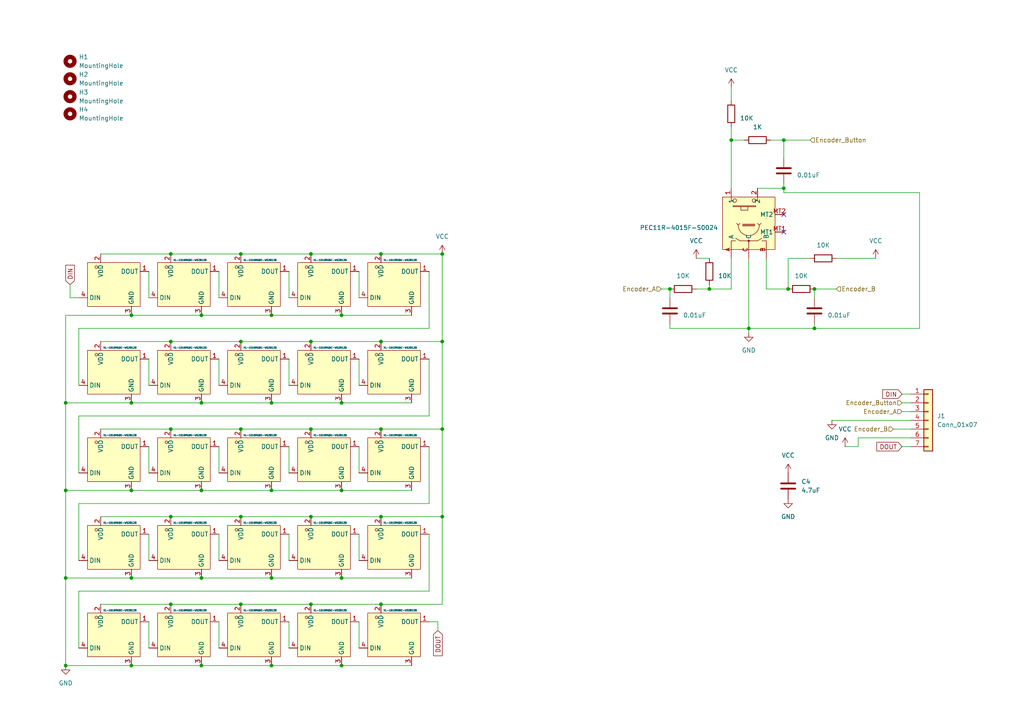
<source format=kicad_sch>
(kicad_sch (version 20231120) (generator "eeschema") (generator_version "8.0")
  (paper "A4")
  (lib_symbols
    (symbol "Connector_Generic:Conn_01x07" (pin_names (offset 1.016) hide)
      (property "Reference" "J" (at 0 10.16 0))
      (property "Value" "Conn_01x07" (at 0 -10.16 0))
      (symbol "Conn_01x07_1_1"
        (rectangle (start -1.27 -7.493) (end 0 -7.747) (stroke (width 0.1524)))
        (rectangle (start -1.27 -4.953) (end 0 -5.207) (stroke (width 0.1524)))
        (rectangle (start -1.27 -2.413) (end 0 -2.667) (stroke (width 0.1524)))
        (rectangle (start -1.27 0.127) (end 0 -0.127) (stroke (width 0.1524)))
        (rectangle (start -1.27 2.667) (end 0 2.413) (stroke (width 0.1524)))
        (rectangle (start -1.27 5.207) (end 0 4.953) (stroke (width 0.1524)))
        (rectangle (start -1.27 7.747) (end 0 7.493) (stroke (width 0.1524)))
        (rectangle (start -1.27 8.89) (end 1.27 -8.89) (stroke (width 0.254)) (fill (type background)))
        (pin passive line (at -5.08 7.62 0) (length 3.81) (name "Pin_1") (number "1"))
        (pin passive line (at -5.08 5.08 0) (length 3.81) (name "Pin_2") (number "2"))
        (pin passive line (at -5.08 2.54 0) (length 3.81) (name "Pin_3") (number "3"))
        (pin passive line (at -5.08 0 0) (length 3.81) (name "Pin_4") (number "4"))
        (pin passive line (at -5.08 -2.54 0) (length 3.81) (name "Pin_5") (number "5"))
        (pin passive line (at -5.08 -5.08 0) (length 3.81) (name "Pin_6") (number "6"))
        (pin passive line (at -5.08 -7.62 0) (length 3.81) (name "Pin_7") (number "7"))
      )
    )
    (symbol "Device:C" (pin_numbers hide) (pin_names (offset 0.254))
      (property "Reference" "C" (at 0.635 2.54 0))
      (property "Value" "C" (at 0.635 -2.54 0))
      (symbol "C_0_1"
        (polyline (pts (xy -2.032 -0.762) (xy 2.032 -0.762)) (stroke (width 0.508)))
        (polyline (pts (xy -2.032 0.762) (xy 2.032 0.762)) (stroke (width 0.508)))
      )
      (symbol "C_1_1"
        (pin passive line (at 0 3.81 270) (length 2.794) (name "~") (number "1"))
        (pin passive line (at 0 -3.81 90) (length 2.794) (name "~") (number "2"))
      )
    )
    (symbol "Device:R" (pin_numbers hide) (pin_names (offset 0))
      (property "Reference" "R" (at 2.032 0 90))
      (property "Value" "R" (at 0 0 90))
      (symbol "R_0_1"
        (rectangle (start -1.016 -2.54) (end 1.016 2.54) (stroke (width 0.254)))
      )
      (symbol "R_1_1"
        (pin passive line (at 0 3.81 270) (length 1.27) (name "~") (number "1"))
        (pin passive line (at 0 -3.81 90) (length 1.27) (name "~") (number "2"))
      )
    )
    (symbol "Mechanical:MountingHole" (pin_names (offset 1.016)) (exclude_from_sim yes) (in_bom no)
      (property "Reference" "H" (at 0 5.08 0))
      (property "Value" "MountingHole" (at 0 3.175 0))
      (symbol "MountingHole_0_1"
        (circle (center 0 0) (radius 1.27) (stroke (width 1.27)))
      )
    )
    (symbol "easyeda2kicad:PEC11R-4015F-S0024"
      (property "Reference" "SW" (at 0 12.7 0))
      (property "Value" "PEC11R-4015F-S0024" (at 0 -12.7 0))
      (symbol "PEC11R-4015F-S0024_0_1"
        (rectangle (start -7.62 10.16) (end 7.62 -5.08) (fill (type background)))
        (circle (center -5.08 2.54) (radius 0.25))
        (arc (start -0.51 5.59) (mid -3.557 2.54) (end -0.51 -0.51))
        (polyline (pts (xy -5.08 -2.54) (xy -5.08 -1.27)))
        (polyline (pts (xy -5.08 0) (xy -4.32 -1.27)))
        (polyline (pts (xy -5.08 2.54) (xy -5.08 0)))
        (polyline (pts (xy -5.08 2.54) (xy -5.08 5.08)))
        (polyline (pts (xy -5.08 5.08) (xy -4.32 6.35)))
        (polyline (pts (xy -5.08 6.35) (xy -5.08 7.62)))
        (polyline (pts (xy -0.76 0.76) (xy -0.76 4.32)))
        (polyline (pts (xy -0.51 -0.51) (xy 0 -1.02)))
        (polyline (pts (xy -0.51 -0.51) (xy 0 0)))
        (polyline (pts (xy -0.51 0.76) (xy -0.51 4.32)))
        (polyline (pts (xy -0.51 5.59) (xy 0 5.08)))
        (polyline (pts (xy -0.25 4.32) (xy -0.25 0.76)))
        (polyline (pts (xy 0 6.1) (xy -0.51 5.59)))
        (polyline (pts (xy 6.6 0) (xy 6.6 0.51)))
        (polyline (pts (xy 6.6 7.11) (xy 6.6 7.62)))
        (polyline (pts (xy 7.62 0) (xy 6.6 0)))
        (polyline (pts (xy 7.62 7.62) (xy 6.6 7.62)))
        (polyline (pts (xy 4.83 2.79) (xy 3.81 2.79) (xy 3.81 4.83) (xy 4.83 4.83)))
        (arc (start 1.4 -2.46) (mid 1.3996 -2.5) (end 1.4 -2.54))
        (rectangle (start 4.83 7.11) (end 5.08 0.51) (fill (type background)))
        (circle (center 6.6 1.02) (radius 0.51))
        (circle (center 6.6 6.6) (radius 0.51))
        (pin unspecified line (at 10.16 7.62 180) (length 2.54) (name "1") (number "1"))
        (pin unspecified line (at 10.16 0 180) (length 2.54) (name "2") (number "2"))
        (pin unspecified line (at -10.16 7.62 0) (length 5.08) (name "A") (number "A"))
        (pin unspecified line (at -10.16 -2.54 0) (length 5.08) (name "B") (number "B"))
        (pin unspecified line (at -10.16 2.54 0) (length 5.08) (name "C") (number "C"))
        (pin unspecified line (at -2.54 -7.62 90) (length 2.54) (name "MT1") (number "MT1"))
        (pin unspecified line (at 2.54 -7.62 90) (length 2.54) (name "MT2") (number "MT2"))
      )
    )
    (symbol "easyeda2kicad:XL-1010RGBC-WS2812B"
      (property "Reference" "U" (at 0 13.97 0))
      (property "Value" "XL-1010RGBC-WS2812B" (at 0 -13.97 0))
      (symbol "XL-1010RGBC-WS2812B_0_1"
        (rectangle (start -7.62 6.35) (end 7.62 -6.35) (fill (type background)))
        (circle (center -5.08 5.08) (radius 0.38))
        (pin unspecified line (at 10.16 3.81 180) (length 2.54) (name "DOUT") (number "1"))
        (pin unspecified line (at -3.81 8.89 270) (length 2.54) (name "VDD") (number "2"))
        (pin unspecified line (at 5.08 -8.89 90) (length 2.54) (name "GND") (number "3"))
        (pin unspecified line (at -10.16 -3.81 0) (length 2.54) (name "DIN") (number "4"))
      )
    )
    (symbol "power:GND" (power) (pin_numbers hide) (pin_names (offset 0) hide)
      (property "Value" "GND" (at 0 -3.81 0))
      (symbol "GND_0_1"
        (polyline (pts (xy 0 0) (xy 0 -1.27) (xy 1.27 -1.27) (xy 0 -2.54) (xy -1.27 -1.27) (xy 0 -1.27)))
      )
      (symbol "GND_1_1"
        (pin power_in line (at 0 0 270) (length 0) (name "~") (number "1"))
      )
    )
    (symbol "power:VCC" (power) (pin_numbers hide) (pin_names (offset 0) hide)
      (property "Value" "VCC" (at 0 3.556 0))
      (symbol "VCC_0_1"
        (polyline (pts (xy -0.762 1.27) (xy 0 2.54)))
        (polyline (pts (xy 0 0) (xy 0 2.54)))
        (polyline (pts (xy 0 2.54) (xy 0.762 1.27)))
      )
      (symbol "VCC_1_1"
        (pin power_in line (at 0 0 90) (length 0) (name "~") (number "1"))
      )
    )
  )
  (junction (at 99.06 167.64))
  (junction (at 58.42 116.84))
  (junction (at 69.85 73.66))
  (junction (at 128.27 149.86))
  (junction (at 99.06 142.24))
  (junction (at 38.1 193.04))
  (junction (at 99.06 116.84))
  (junction (at 227.33 40.64))
  (junction (at 69.85 175.26))
  (junction (at 128.27 99.06))
  (junction (at 90.17 175.26))
  (junction (at 236.22 83.82))
  (junction (at 49.53 73.66))
  (junction (at 49.53 124.46))
  (junction (at 227.33 54.61))
  (junction (at 49.53 99.06))
  (junction (at 205.74 83.82))
  (junction (at 19.05 193.04))
  (junction (at 58.42 193.04))
  (junction (at 49.53 175.26))
  (junction (at 38.1 91.44))
  (junction (at 78.74 142.24))
  (junction (at 90.17 124.46))
  (junction (at 110.49 99.06))
  (junction (at 90.17 99.06))
  (junction (at 128.27 124.46))
  (junction (at 90.17 73.66))
  (junction (at 110.49 175.26))
  (junction (at 19.05 142.24))
  (junction (at 19.05 167.64))
  (junction (at 99.06 91.44))
  (junction (at 49.53 149.86))
  (junction (at 38.1 142.24))
  (junction (at 228.6 83.82))
  (junction (at 99.06 193.04))
  (junction (at 19.05 116.84))
  (junction (at 78.74 91.44))
  (junction (at 58.42 142.24))
  (junction (at 217.17 95.25))
  (junction (at 128.27 73.66))
  (junction (at 69.85 124.46))
  (junction (at 69.85 99.06))
  (junction (at 58.42 167.64))
  (junction (at 90.17 149.86))
  (junction (at 78.74 116.84))
  (junction (at 212.09 40.64))
  (junction (at 38.1 167.64))
  (junction (at 78.74 193.04))
  (junction (at 69.85 149.86))
  (junction (at 110.49 73.66))
  (junction (at 110.49 124.46))
  (junction (at 110.49 149.86))
  (junction (at 194.31 83.82))
  (junction (at 78.74 167.64))
  (junction (at 236.22 95.25))
  (junction (at 38.1 116.84))
  (junction (at 58.42 91.44))
  (no_connect (at 227.33 67.31))
  (no_connect (at 227.33 62.23))
  (wire (pts (xy 69.85 99.06) (xy 90.17 99.06)))
  (wire (pts (xy 110.49 73.66) (xy 128.27 73.66)))
  (wire (pts (xy 43.18 154.94) (xy 43.18 162.56)))
  (wire (pts (xy 104.14 104.14) (xy 104.14 111.76)))
  (wire (pts (xy 110.49 124.46) (xy 128.27 124.46)))
  (wire (pts (xy 227.33 40.64) (xy 234.95 40.64)))
  (wire (pts (xy 99.06 116.84) (xy 119.38 116.84)))
  (wire (pts (xy 19.05 167.64) (xy 19.05 193.04)))
  (wire (pts (xy 248.92 127) (xy 264.16 127)))
  (wire (pts (xy 78.74 116.84) (xy 99.06 116.84)))
  (wire (pts (xy 217.17 95.25) (xy 217.17 96.52)))
  (wire (pts (xy 90.17 99.06) (xy 110.49 99.06)))
  (wire (pts (xy 127 180.34) (xy 124.46 180.34)))
  (wire (pts (xy 124.46 146.05) (xy 22.86 146.05)))
  (wire (pts (xy 201.93 83.82) (xy 205.74 83.82)))
  (wire (pts (xy 69.85 124.46) (xy 90.17 124.46)))
  (wire (pts (xy 22.86 146.05) (xy 22.86 162.56)))
  (wire (pts (xy 90.17 124.46) (xy 110.49 124.46)))
  (wire (pts (xy 222.25 74.93) (xy 222.25 83.82)))
  (wire (pts (xy 228.6 74.93) (xy 234.95 74.93)))
  (wire (pts (xy 69.85 149.86) (xy 90.17 149.86)))
  (wire (pts (xy 124.46 171.45) (xy 22.86 171.45)))
  (wire (pts (xy 19.05 193.04) (xy 38.1 193.04)))
  (wire (pts (xy 241.3 121.92) (xy 264.16 121.92)))
  (wire (pts (xy 22.86 95.25) (xy 22.86 111.76)))
  (wire (pts (xy 228.6 83.82) (xy 228.6 74.93)))
  (wire (pts (xy 19.05 142.24) (xy 19.05 167.64)))
  (wire (pts (xy 90.17 73.66) (xy 110.49 73.66)))
  (wire (pts (xy 110.49 175.26) (xy 128.27 175.26)))
  (wire (pts (xy 205.74 83.82) (xy 212.09 83.82)))
  (wire (pts (xy 43.18 104.14) (xy 43.18 111.76)))
  (wire (pts (xy 212.09 40.64) (xy 212.09 54.61)))
  (wire (pts (xy 20.32 86.36) (xy 22.86 86.36)))
  (wire (pts (xy 69.85 73.66) (xy 90.17 73.66)))
  (wire (pts (xy 83.82 104.14) (xy 83.82 111.76)))
  (wire (pts (xy 49.53 73.66) (xy 69.85 73.66)))
  (wire (pts (xy 99.06 91.44) (xy 119.38 91.44)))
  (wire (pts (xy 58.42 142.24) (xy 78.74 142.24)))
  (wire (pts (xy 261.62 114.3) (xy 264.16 114.3)))
  (wire (pts (xy 124.46 78.74) (xy 124.46 95.25)))
  (wire (pts (xy 222.25 83.82) (xy 228.6 83.82)))
  (wire (pts (xy 69.85 175.26) (xy 90.17 175.26)))
  (wire (pts (xy 22.86 120.65) (xy 22.86 137.16)))
  (wire (pts (xy 63.5 129.54) (xy 63.5 137.16)))
  (wire (pts (xy 110.49 99.06) (xy 128.27 99.06)))
  (wire (pts (xy 43.18 180.34) (xy 43.18 187.96)))
  (wire (pts (xy 128.27 149.86) (xy 128.27 175.26)))
  (wire (pts (xy 191.77 83.82) (xy 194.31 83.82)))
  (wire (pts (xy 90.17 175.26) (xy 110.49 175.26)))
  (wire (pts (xy 194.31 83.82) (xy 194.31 86.36)))
  (wire (pts (xy 104.14 154.94) (xy 104.14 162.56)))
  (wire (pts (xy 29.21 175.26) (xy 49.53 175.26)))
  (wire (pts (xy 266.7 55.88) (xy 266.7 95.25)))
  (wire (pts (xy 128.27 124.46) (xy 128.27 149.86)))
  (wire (pts (xy 78.74 193.04) (xy 99.06 193.04)))
  (wire (pts (xy 104.14 180.34) (xy 104.14 187.96)))
  (wire (pts (xy 266.7 95.25) (xy 236.22 95.25)))
  (wire (pts (xy 99.06 142.24) (xy 119.38 142.24)))
  (wire (pts (xy 124.46 129.54) (xy 124.46 146.05)))
  (wire (pts (xy 78.74 167.64) (xy 99.06 167.64)))
  (wire (pts (xy 245.11 129.54) (xy 248.92 129.54)))
  (wire (pts (xy 248.92 129.54) (xy 248.92 127)))
  (wire (pts (xy 261.62 116.84) (xy 264.16 116.84)))
  (wire (pts (xy 212.09 74.93) (xy 212.09 83.82)))
  (wire (pts (xy 90.17 149.86) (xy 110.49 149.86)))
  (wire (pts (xy 19.05 167.64) (xy 38.1 167.64)))
  (wire (pts (xy 227.33 40.64) (xy 227.33 45.72)))
  (wire (pts (xy 128.27 99.06) (xy 128.27 124.46)))
  (wire (pts (xy 227.33 54.61) (xy 227.33 55.88)))
  (wire (pts (xy 38.1 116.84) (xy 58.42 116.84)))
  (wire (pts (xy 201.93 74.93) (xy 205.74 74.93)))
  (wire (pts (xy 124.46 95.25) (xy 22.86 95.25)))
  (wire (pts (xy 128.27 73.66) (xy 128.27 99.06)))
  (wire (pts (xy 19.05 91.44) (xy 19.05 116.84)))
  (wire (pts (xy 29.21 73.66) (xy 49.53 73.66)))
  (wire (pts (xy 78.74 91.44) (xy 99.06 91.44)))
  (wire (pts (xy 49.53 149.86) (xy 69.85 149.86)))
  (wire (pts (xy 38.1 142.24) (xy 58.42 142.24)))
  (wire (pts (xy 104.14 129.54) (xy 104.14 137.16)))
  (wire (pts (xy 194.31 95.25) (xy 194.31 93.98)))
  (wire (pts (xy 63.5 180.34) (xy 63.5 187.96)))
  (wire (pts (xy 212.09 25.4) (xy 212.09 29.21)))
  (wire (pts (xy 29.21 99.06) (xy 49.53 99.06)))
  (wire (pts (xy 19.05 142.24) (xy 38.1 142.24)))
  (wire (pts (xy 43.18 78.74) (xy 43.18 86.36)))
  (wire (pts (xy 205.74 82.55) (xy 205.74 83.82)))
  (wire (pts (xy 127 182.88) (xy 127 180.34)))
  (wire (pts (xy 110.49 149.86) (xy 128.27 149.86)))
  (wire (pts (xy 83.82 78.74) (xy 83.82 86.36)))
  (wire (pts (xy 261.62 119.38) (xy 264.16 119.38)))
  (wire (pts (xy 124.46 104.14) (xy 124.46 120.65)))
  (wire (pts (xy 83.82 129.54) (xy 83.82 137.16)))
  (wire (pts (xy 63.5 104.14) (xy 63.5 111.76)))
  (wire (pts (xy 99.06 167.64) (xy 119.38 167.64)))
  (wire (pts (xy 58.42 193.04) (xy 78.74 193.04)))
  (wire (pts (xy 194.31 95.25) (xy 217.17 95.25)))
  (wire (pts (xy 124.46 154.94) (xy 124.46 171.45)))
  (wire (pts (xy 29.21 149.86) (xy 49.53 149.86)))
  (wire (pts (xy 236.22 83.82) (xy 242.57 83.82)))
  (wire (pts (xy 58.42 91.44) (xy 78.74 91.44)))
  (wire (pts (xy 63.5 154.94) (xy 63.5 162.56)))
  (wire (pts (xy 63.5 78.74) (xy 63.5 86.36)))
  (wire (pts (xy 236.22 83.82) (xy 236.22 86.36)))
  (wire (pts (xy 83.82 180.34) (xy 83.82 187.96)))
  (wire (pts (xy 49.53 124.46) (xy 69.85 124.46)))
  (wire (pts (xy 236.22 93.98) (xy 236.22 95.25)))
  (wire (pts (xy 38.1 167.64) (xy 58.42 167.64)))
  (wire (pts (xy 49.53 99.06) (xy 69.85 99.06)))
  (wire (pts (xy 38.1 91.44) (xy 58.42 91.44)))
  (wire (pts (xy 261.62 129.54) (xy 264.16 129.54)))
  (wire (pts (xy 124.46 120.65) (xy 22.86 120.65)))
  (wire (pts (xy 19.05 116.84) (xy 19.05 142.24)))
  (wire (pts (xy 58.42 116.84) (xy 78.74 116.84)))
  (wire (pts (xy 78.74 142.24) (xy 99.06 142.24)))
  (wire (pts (xy 227.33 53.34) (xy 227.33 54.61)))
  (wire (pts (xy 22.86 171.45) (xy 22.86 187.96)))
  (wire (pts (xy 19.05 91.44) (xy 38.1 91.44)))
  (wire (pts (xy 49.53 175.26) (xy 69.85 175.26)))
  (wire (pts (xy 58.42 167.64) (xy 78.74 167.64)))
  (wire (pts (xy 259.08 124.46) (xy 264.16 124.46)))
  (wire (pts (xy 43.18 129.54) (xy 43.18 137.16)))
  (wire (pts (xy 212.09 36.83) (xy 212.09 40.64)))
  (wire (pts (xy 242.57 74.93) (xy 254 74.93)))
  (wire (pts (xy 104.14 78.74) (xy 104.14 86.36)))
  (wire (pts (xy 99.06 193.04) (xy 119.38 193.04)))
  (wire (pts (xy 223.52 40.64) (xy 227.33 40.64)))
  (wire (pts (xy 83.82 154.94) (xy 83.82 162.56)))
  (wire (pts (xy 219.71 54.61) (xy 227.33 54.61)))
  (wire (pts (xy 29.21 124.46) (xy 49.53 124.46)))
  (wire (pts (xy 38.1 193.04) (xy 58.42 193.04)))
  (wire (pts (xy 227.33 55.88) (xy 266.7 55.88)))
  (wire (pts (xy 19.05 116.84) (xy 38.1 116.84)))
  (wire (pts (xy 217.17 95.25) (xy 236.22 95.25)))
  (wire (pts (xy 215.9 40.64) (xy 212.09 40.64)))
  (wire (pts (xy 20.32 82.55) (xy 20.32 86.36)))
  (wire (pts (xy 217.17 74.93) (xy 217.17 95.25)))
  (global_label "DIN" (shape input) (at 20.32 82.55 90) (property "Intersheetrefs" "${INTERSHEET_REFS}" (effects (hide yes))))
  (global_label "DOUT" (shape input) (at 127 182.88 270) (property "Intersheetrefs" "${INTERSHEET_REFS}" (effects (hide yes))))
  (global_label "DIN" (shape input) (at 261.62 114.3 180) (property "Intersheetrefs" "${INTERSHEET_REFS}" (effects (hide yes))))
  (global_label "DOUT" (shape input) (at 261.62 129.54 180) (property "Intersheetrefs" "${INTERSHEET_REFS}" (effects (hide yes))))
  (hierarchical_label "Encoder_Button" (shape input) (at 234.95 40.64 0))
  (hierarchical_label "Encoder_B" (shape input) (at 259.08 124.46 180))
  (hierarchical_label "Encoder_Button" (shape input) (at 261.62 116.84 180))
  (hierarchical_label "Encoder_B" (shape input) (at 242.57 83.82 0))
  (hierarchical_label "Encoder_A" (shape input) (at 191.77 83.82 180))
  (hierarchical_label "Encoder_A" (shape input) (at 261.62 119.38 180))
  (symbol (lib_id "easyeda2kicad:XL-1010RGBC-WS2812B") (at 73.66 184.15 0) (unit 1)
    (property "Reference" "U23" (effects (hide yes)))
    (property "Value" "XL-1010RGBC-WS2812B" (at 75.438 177.038 0) (effects (font (size 0.508 0.508))))
    (property "Footprint" "easyeda2kicad:LED-SMD_4P-L1.0-W1.0-TL_XL-1010RGBC-WS2812B" (effects (hide yes)))
    (property "LCSC Part" "C5349953" (effects (hide yes)))
    (property "LCSC PN" "C5349953" (effects (hide yes)))
  )
  (symbol (lib_id "power:GND") (at 19.05 193.04 0) (unit 1)
    (property "Reference" "#PWR04" (effects (hide yes)))
    (property "Value" "GND" (at 19.05 198.12 0))
    (property "Description" "Power symbol creates a global label with name \"GND\" , ground" (effects (hide yes)))
  )
  (symbol (lib_id "easyeda2kicad:XL-1010RGBC-WS2812B") (at 53.34 184.15 0) (unit 1)
    (property "Reference" "U22" (effects (hide yes)))
    (property "Value" "XL-1010RGBC-WS2812B" (at 55.118 177.038 0) (effects (font (size 0.508 0.508))))
    (property "Footprint" "easyeda2kicad:LED-SMD_4P-L1.0-W1.0-TL_XL-1010RGBC-WS2812B" (effects (hide yes)))
    (property "LCSC Part" "C5349953" (effects (hide yes)))
    (property "LCSC PN" "C5349953" (effects (hide yes)))
  )
  (symbol (lib_id "easyeda2kicad:XL-1010RGBC-WS2812B") (at 73.66 133.35 0) (unit 1)
    (property "Reference" "U13" (effects (hide yes)))
    (property "Value" "XL-1010RGBC-WS2812B" (at 75.438 126.238 0) (effects (font (size 0.508 0.508))))
    (property "Footprint" "easyeda2kicad:LED-SMD_4P-L1.0-W1.0-TL_XL-1010RGBC-WS2812B" (effects (hide yes)))
    (property "LCSC Part" "C5349953" (effects (hide yes)))
    (property "LCSC PN" "C5349953" (effects (hide yes)))
  )
  (symbol (lib_id "easyeda2kicad:XL-1010RGBC-WS2812B") (at 114.3 158.75 0) (unit 1)
    (property "Reference" "U20" (effects (hide yes)))
    (property "Value" "XL-1010RGBC-WS2812B" (at 116.078 151.638 0) (effects (font (size 0.508 0.508))))
    (property "Footprint" "easyeda2kicad:LED-SMD_4P-L1.0-W1.0-TL_XL-1010RGBC-WS2812B" (effects (hide yes)))
    (property "LCSC Part" "C5349953" (effects (hide yes)))
    (property "LCSC PN" "C5349953" (effects (hide yes)))
  )
  (symbol (lib_id "Device:C") (at 236.22 90.17 0) (unit 1)
    (property "Reference" "C3" (effects (hide yes)))
    (property "Value" "0.01uF" (at 240.03 91.4399 0) (effects (justify left)))
    (property "Footprint" "Capacitor_SMD:C_0805_2012Metric_Pad1.18x1.45mm_HandSolder" (effects (hide yes)))
    (property "Description" "Unpolarized capacitor" (effects (hide yes)))
    (property "LCSC PN" "C52278" (effects (hide yes)))
  )
  (symbol (lib_id "power:VCC") (at 228.6 137.16 0) (unit 1)
    (property "Reference" "#PWR09" (effects (hide yes)))
    (property "Value" "VCC" (at 228.6 132.08 0))
    (property "Description" "Power symbol creates a global label with name \"VCC\"" (effects (hide yes)))
  )
  (symbol (lib_id "Device:C") (at 227.33 49.53 0) (unit 1)
    (property "Reference" "C2" (effects (hide yes)))
    (property "Value" "0.01uF" (at 231.14 50.7999 0) (effects (justify left)))
    (property "Footprint" "Capacitor_SMD:C_0805_2012Metric_Pad1.18x1.45mm_HandSolder" (effects (hide yes)))
    (property "Description" "Unpolarized capacitor" (effects (hide yes)))
    (property "LCSC PN" "C52278" (effects (hide yes)))
  )
  (symbol (lib_id "Device:R") (at 205.74 78.74 180) (unit 1)
    (property "Reference" "R2" (effects (hide yes)))
    (property "Value" "10K" (at 208.28 80.0099 0) (effects (justify right)))
    (property "Footprint" "Resistor_SMD:R_0805_2012Metric_Pad1.20x1.40mm_HandSolder" (effects (hide yes)))
    (property "Description" "Resistor" (effects (hide yes)))
    (property "LCSC PN" "C17414" (effects (hide yes)))
  )
  (symbol (lib_id "easyeda2kicad:XL-1010RGBC-WS2812B") (at 114.3 133.35 0) (unit 1)
    (property "Reference" "U15" (effects (hide yes)))
    (property "Value" "XL-1010RGBC-WS2812B" (at 116.078 126.238 0) (effects (font (size 0.508 0.508))))
    (property "Footprint" "easyeda2kicad:LED-SMD_4P-L1.0-W1.0-TL_XL-1010RGBC-WS2812B" (effects (hide yes)))
    (property "LCSC Part" "C5349953" (effects (hide yes)))
    (property "LCSC PN" "C5349953" (effects (hide yes)))
  )
  (symbol (lib_id "power:GND") (at 217.17 96.52 0) (unit 1)
    (property "Reference" "#PWR03" (effects (hide yes)))
    (property "Value" "GND" (at 217.17 101.6 0))
    (property "Description" "Power symbol creates a global label with name \"GND\" , ground" (effects (hide yes)))
  )
  (symbol (lib_id "Device:R") (at 212.09 33.02 0) (unit 1)
    (property "Reference" "R3" (effects (hide yes)))
    (property "Value" "10K" (at 214.63 34.2899 0) (effects (justify left)))
    (property "Footprint" "Resistor_SMD:R_0805_2012Metric_Pad1.20x1.40mm_HandSolder" (effects (hide yes)))
    (property "Description" "Resistor" (effects (hide yes)))
    (property "LCSC PN" "C17414" (effects (hide yes)))
  )
  (symbol (lib_id "power:GND") (at 241.3 121.92 0) (unit 1)
    (property "Reference" "#PWR08" (effects (hide yes)))
    (property "Value" "GND" (at 241.3 127 0))
    (property "Description" "Power symbol creates a global label with name \"GND\" , ground" (effects (hide yes)))
  )
  (symbol (lib_id "easyeda2kicad:XL-1010RGBC-WS2812B") (at 73.66 158.75 0) (unit 1)
    (property "Reference" "U18" (effects (hide yes)))
    (property "Value" "XL-1010RGBC-WS2812B" (at 75.438 151.638 0) (effects (font (size 0.508 0.508))))
    (property "Footprint" "easyeda2kicad:LED-SMD_4P-L1.0-W1.0-TL_XL-1010RGBC-WS2812B" (effects (hide yes)))
    (property "LCSC Part" "C5349953" (effects (hide yes)))
    (property "LCSC PN" "C5349953" (effects (hide yes)))
  )
  (symbol (lib_id "power:VCC") (at 254 74.93 0) (unit 1)
    (property "Reference" "#PWR02" (effects (hide yes)))
    (property "Value" "VCC" (at 254 69.85 0))
    (property "Description" "Power symbol creates a global label with name \"VCC\"" (effects (hide yes)))
  )
  (symbol (lib_id "easyeda2kicad:XL-1010RGBC-WS2812B") (at 93.98 82.55 0) (unit 1)
    (property "Reference" "U4" (effects (hide yes)))
    (property "Value" "XL-1010RGBC-WS2812B" (at 95.758 75.438 0) (effects (font (size 0.508 0.508))))
    (property "Footprint" "easyeda2kicad:LED-SMD_4P-L1.0-W1.0-TL_XL-1010RGBC-WS2812B" (effects (hide yes)))
    (property "LCSC Part" "C5349953" (effects (hide yes)))
    (property "LCSC PN" "C5349953" (effects (hide yes)))
  )
  (symbol (lib_id "power:VCC") (at 128.27 73.66 0) (unit 1)
    (property "Reference" "#PWR06" (effects (hide yes)))
    (property "Value" "VCC" (at 128.27 68.58 0))
    (property "Description" "Power symbol creates a global label with name \"VCC\"" (effects (hide yes)))
  )
  (symbol (lib_id "easyeda2kicad:XL-1010RGBC-WS2812B") (at 33.02 184.15 0) (unit 1)
    (property "Reference" "U21" (effects (hide yes)))
    (property "Value" "XL-1010RGBC-WS2812B" (at 34.798 177.038 0) (effects (font (size 0.508 0.508))))
    (property "Footprint" "easyeda2kicad:LED-SMD_4P-L1.0-W1.0-TL_XL-1010RGBC-WS2812B" (effects (hide yes)))
    (property "LCSC Part" "C5349953" (effects (hide yes)))
    (property "LCSC PN" "C5349953" (effects (hide yes)))
  )
  (symbol (lib_id "easyeda2kicad:XL-1010RGBC-WS2812B") (at 114.3 82.55 0) (unit 1)
    (property "Reference" "U5" (effects (hide yes)))
    (property "Value" "XL-1010RGBC-WS2812B" (at 116.078 75.438 0) (effects (font (size 0.508 0.508))))
    (property "Footprint" "easyeda2kicad:LED-SMD_4P-L1.0-W1.0-TL_XL-1010RGBC-WS2812B" (effects (hide yes)))
    (property "LCSC Part" "C5349953" (effects (hide yes)))
    (property "LCSC PN" "C5349953" (effects (hide yes)))
  )
  (symbol (lib_id "Device:R") (at 232.41 83.82 90) (unit 1)
    (property "Reference" "R5" (effects (hide yes)))
    (property "Value" "10K" (at 232.41 80.01 90))
    (property "Footprint" "Resistor_SMD:R_0805_2012Metric_Pad1.20x1.40mm_HandSolder" (effects (hide yes)))
    (property "Description" "Resistor" (effects (hide yes)))
    (property "LCSC PN" "C17414" (effects (hide yes)))
  )
  (symbol (lib_id "easyeda2kicad:XL-1010RGBC-WS2812B") (at 93.98 133.35 0) (unit 1)
    (property "Reference" "U14" (effects (hide yes)))
    (property "Value" "XL-1010RGBC-WS2812B" (at 95.758 126.238 0) (effects (font (size 0.508 0.508))))
    (property "Footprint" "easyeda2kicad:LED-SMD_4P-L1.0-W1.0-TL_XL-1010RGBC-WS2812B" (effects (hide yes)))
    (property "LCSC Part" "C5349953" (effects (hide yes)))
    (property "LCSC PN" "C5349953" (effects (hide yes)))
  )
  (symbol (lib_id "Mechanical:MountingHole") (at 20.32 33.02 0) (unit 1) (exclude_from_sim yes) (in_bom no)
    (property "Reference" "H4" (at 22.86 31.7499 0) (effects (justify left)))
    (property "Value" "MountingHole" (at 22.86 34.2899 0) (effects (justify left)))
    (property "Footprint" "MountingHole:MountingHole_2.7mm_M2.5" (effects (hide yes)))
    (property "Description" "Mounting Hole without connection" (effects (hide yes)))
  )
  (symbol (lib_id "easyeda2kicad:XL-1010RGBC-WS2812B") (at 33.02 133.35 0) (unit 1)
    (property "Reference" "U11" (effects (hide yes)))
    (property "Value" "XL-1010RGBC-WS2812B" (at 34.798 126.238 0) (effects (font (size 0.508 0.508))))
    (property "Footprint" "easyeda2kicad:LED-SMD_4P-L1.0-W1.0-TL_XL-1010RGBC-WS2812B" (effects (hide yes)))
    (property "LCSC Part" "C5349953" (effects (hide yes)))
    (property "LCSC PN" "C5349953" (effects (hide yes)))
  )
  (symbol (lib_id "Device:C") (at 228.6 140.97 0) (unit 1)
    (property "Reference" "C4" (at 232.41 139.6999 0) (effects (justify left)))
    (property "Value" "4.7uF" (at 232.41 142.2399 0) (effects (justify left)))
    (property "Footprint" "Capacitor_SMD:C_0805_2012Metric_Pad1.18x1.45mm_HandSolder" (effects (hide yes)))
    (property "Description" "Unpolarized capacitor" (effects (hide yes)))
    (property "LCSC PN" "C1779" (effects (hide yes)))
  )
  (symbol (lib_id "easyeda2kicad:XL-1010RGBC-WS2812B") (at 33.02 107.95 0) (unit 1)
    (property "Reference" "U6" (effects (hide yes)))
    (property "Value" "XL-1010RGBC-WS2812B" (at 34.798 100.838 0) (effects (font (size 0.508 0.508))))
    (property "Footprint" "easyeda2kicad:LED-SMD_4P-L1.0-W1.0-TL_XL-1010RGBC-WS2812B" (effects (hide yes)))
    (property "LCSC Part" "C5349953" (effects (hide yes)))
    (property "LCSC PN" "C5349953" (effects (hide yes)))
  )
  (symbol (lib_id "Device:C") (at 194.31 90.17 0) (unit 1)
    (property "Reference" "C1" (effects (hide yes)))
    (property "Value" "0.01uF" (at 198.12 91.4399 0) (effects (justify left)))
    (property "Footprint" "Capacitor_SMD:C_0805_2012Metric_Pad1.18x1.45mm_HandSolder" (effects (hide yes)))
    (property "Description" "Unpolarized capacitor" (effects (hide yes)))
    (property "LCSC PN" "C52278" (effects (hide yes)))
  )
  (symbol (lib_id "Mechanical:MountingHole") (at 20.3183 28.0274 0) (unit 1) (exclude_from_sim yes) (in_bom no)
    (property "Reference" "H3" (at 22.8583 26.7573 0) (effects (justify left)))
    (property "Value" "MountingHole" (at 22.8583 29.2973 0) (effects (justify left)))
    (property "Footprint" "MountingHole:MountingHole_2.7mm_M2.5" (effects (hide yes)))
    (property "Description" "Mounting Hole without connection" (effects (hide yes)))
  )
  (symbol (lib_id "easyeda2kicad:XL-1010RGBC-WS2812B") (at 114.3 184.15 0) (unit 1)
    (property "Reference" "U25" (effects (hide yes)))
    (property "Value" "XL-1010RGBC-WS2812B" (at 116.078 177.038 0) (effects (font (size 0.508 0.508))))
    (property "Footprint" "easyeda2kicad:LED-SMD_4P-L1.0-W1.0-TL_XL-1010RGBC-WS2812B" (effects (hide yes)))
    (property "LCSC Part" "C5349953" (effects (hide yes)))
    (property "LCSC PN" "C5349953" (effects (hide yes)))
  )
  (symbol (lib_id "easyeda2kicad:XL-1010RGBC-WS2812B") (at 53.34 133.35 0) (unit 1)
    (property "Reference" "U12" (effects (hide yes)))
    (property "Value" "XL-1010RGBC-WS2812B" (at 55.118 126.238 0) (effects (font (size 0.508 0.508))))
    (property "Footprint" "easyeda2kicad:LED-SMD_4P-L1.0-W1.0-TL_XL-1010RGBC-WS2812B" (effects (hide yes)))
    (property "LCSC Part" "C5349953" (effects (hide yes)))
    (property "LCSC PN" "C5349953" (effects (hide yes)))
  )
  (symbol (lib_id "easyeda2kicad:XL-1010RGBC-WS2812B") (at 53.34 82.55 0) (unit 1)
    (property "Reference" "U2" (effects (hide yes)))
    (property "Value" "XL-1010RGBC-WS2812B" (at 55.118 75.438 0) (effects (font (size 0.508 0.508))))
    (property "Footprint" "easyeda2kicad:LED-SMD_4P-L1.0-W1.0-TL_XL-1010RGBC-WS2812B" (effects (hide yes)))
    (property "LCSC Part" "C5349953" (effects (hide yes)))
    (property "LCSC PN" "C5349953" (effects (hide yes)))
  )
  (symbol (lib_id "easyeda2kicad:XL-1010RGBC-WS2812B") (at 33.02 158.75 0) (unit 1)
    (property "Reference" "U16" (effects (hide yes)))
    (property "Value" "XL-1010RGBC-WS2812B" (at 34.798 151.638 0) (effects (font (size 0.508 0.508))))
    (property "Footprint" "easyeda2kicad:LED-SMD_4P-L1.0-W1.0-TL_XL-1010RGBC-WS2812B" (effects (hide yes)))
    (property "LCSC Part" "C5349953" (effects (hide yes)))
    (property "LCSC PN" "C5349953" (effects (hide yes)))
  )
  (symbol (lib_id "Mechanical:MountingHole") (at 20.32 22.86 0) (unit 1) (exclude_from_sim yes) (in_bom no)
    (property "Reference" "H2" (at 22.86 21.5899 0) (effects (justify left)))
    (property "Value" "MountingHole" (at 22.86 24.1299 0) (effects (justify left)))
    (property "Footprint" "MountingHole:MountingHole_2.7mm_M2.5" (effects (hide yes)))
    (property "Description" "Mounting Hole without connection" (effects (hide yes)))
  )
  (symbol (lib_id "easyeda2kicad:XL-1010RGBC-WS2812B") (at 73.66 82.55 0) (unit 1)
    (property "Reference" "U3" (effects (hide yes)))
    (property "Value" "XL-1010RGBC-WS2812B" (at 75.438 75.438 0) (effects (font (size 0.508 0.508))))
    (property "Footprint" "easyeda2kicad:LED-SMD_4P-L1.0-W1.0-TL_XL-1010RGBC-WS2812B" (effects (hide yes)))
    (property "LCSC Part" "C5349953" (effects (hide yes)))
    (property "LCSC PN" "C5349953" (effects (hide yes)))
  )
  (symbol (lib_id "Device:R") (at 219.71 40.64 90) (unit 1)
    (property "Reference" "R4" (effects (hide yes)))
    (property "Value" "1K" (at 219.71 36.83 90))
    (property "Footprint" "Resistor_SMD:R_0805_2012Metric_Pad1.20x1.40mm_HandSolder" (effects (hide yes)))
    (property "Description" "Resistor" (effects (hide yes)))
    (property "LCSC PN" "C17513" (effects (hide yes)))
  )
  (symbol (lib_id "easyeda2kicad:XL-1010RGBC-WS2812B") (at 93.98 158.75 0) (unit 1)
    (property "Reference" "U19" (effects (hide yes)))
    (property "Value" "XL-1010RGBC-WS2812B" (at 95.758 151.638 0) (effects (font (size 0.508 0.508))))
    (property "Footprint" "easyeda2kicad:LED-SMD_4P-L1.0-W1.0-TL_XL-1010RGBC-WS2812B" (effects (hide yes)))
    (property "LCSC Part" "C5349953" (effects (hide yes)))
    (property "LCSC PN" "C5349953" (effects (hide yes)))
  )
  (symbol (lib_id "power:VCC") (at 212.09 25.4 0) (unit 1)
    (property "Reference" "#PWR05" (effects (hide yes)))
    (property "Value" "VCC" (at 212.09 20.32 0))
    (property "Description" "Power symbol creates a global label with name \"VCC\"" (effects (hide yes)))
  )
  (symbol (lib_id "easyeda2kicad:XL-1010RGBC-WS2812B") (at 53.34 107.95 0) (unit 1)
    (property "Reference" "U7" (effects (hide yes)))
    (property "Value" "XL-1010RGBC-WS2812B" (at 55.118 100.838 0) (effects (font (size 0.508 0.508))))
    (property "Footprint" "easyeda2kicad:LED-SMD_4P-L1.0-W1.0-TL_XL-1010RGBC-WS2812B" (effects (hide yes)))
    (property "LCSC Part" "C5349953" (effects (hide yes)))
    (property "LCSC PN" "C5349953" (effects (hide yes)))
  )
  (symbol (lib_id "easyeda2kicad:XL-1010RGBC-WS2812B") (at 93.98 107.95 0) (unit 1)
    (property "Reference" "U9" (effects (hide yes)))
    (property "Value" "XL-1010RGBC-WS2812B" (at 95.758 100.838 0) (effects (font (size 0.508 0.508))))
    (property "Footprint" "easyeda2kicad:LED-SMD_4P-L1.0-W1.0-TL_XL-1010RGBC-WS2812B" (effects (hide yes)))
    (property "LCSC Part" "C5349953" (effects (hide yes)))
    (property "LCSC PN" "C5349953" (effects (hide yes)))
  )
  (symbol (lib_id "easyeda2kicad:PEC11R-4015F-S0024") (at 219.71 64.77 90) (unit 1)
    (property "Reference" "SW1" (effects (hide yes)))
    (property "Value" "PEC11R-4015F-S0024" (at 208.28 66.0399 90) (effects (justify left)))
    (property "Footprint" "easyeda2kicad:SW-TH_PEC11R-4XXXF-SXXXX" (effects (hide yes)))
    (property "Datasheet" "https://lcsc.com/product-detail/Coded-Rotary-Switches_BOURNS_PEC11R-4015F-S0024_PEC11R-4015F-S0024_C143789.html" (effects (hide yes)))
    (property "LCSC Part" "C143789" (effects (hide yes)))
  )
  (symbol (lib_id "easyeda2kicad:XL-1010RGBC-WS2812B") (at 93.98 184.15 0) (unit 1)
    (property "Reference" "U24" (effects (hide yes)))
    (property "Value" "XL-1010RGBC-WS2812B" (at 95.758 177.038 0) (effects (font (size 0.508 0.508))))
    (property "Footprint" "easyeda2kicad:LED-SMD_4P-L1.0-W1.0-TL_XL-1010RGBC-WS2812B" (effects (hide yes)))
    (property "LCSC Part" "C5349953" (effects (hide yes)))
    (property "LCSC PN" "C5349953" (effects (hide yes)))
  )
  (symbol (lib_id "easyeda2kicad:XL-1010RGBC-WS2812B") (at 53.34 158.75 0) (unit 1)
    (property "Reference" "U17" (effects (hide yes)))
    (property "Value" "XL-1010RGBC-WS2812B" (at 55.118 151.638 0) (effects (font (size 0.508 0.508))))
    (property "Footprint" "easyeda2kicad:LED-SMD_4P-L1.0-W1.0-TL_XL-1010RGBC-WS2812B" (effects (hide yes)))
    (property "LCSC Part" "C5349953" (effects (hide yes)))
    (property "LCSC PN" "C5349953" (effects (hide yes)))
  )
  (symbol (lib_id "Mechanical:MountingHole") (at 20.32 17.78 0) (unit 1) (exclude_from_sim yes) (in_bom no)
    (property "Reference" "H1" (at 22.86 16.5099 0) (effects (justify left)))
    (property "Value" "MountingHole" (at 22.86 19.0499 0) (effects (justify left)))
    (property "Footprint" "MountingHole:MountingHole_2.7mm_M2.5" (effects (hide yes)))
    (property "Description" "Mounting Hole without connection" (effects (hide yes)))
  )
  (symbol (lib_id "Device:R") (at 238.76 74.93 90) (unit 1)
    (property "Reference" "R6" (effects (hide yes)))
    (property "Value" "10K" (at 238.76 71.12 90))
    (property "Footprint" "Resistor_SMD:R_0805_2012Metric_Pad1.20x1.40mm_HandSolder" (effects (hide yes)))
    (property "Description" "Resistor" (effects (hide yes)))
    (property "LCSC PN" "C17414" (effects (hide yes)))
  )
  (symbol (lib_id "power:VCC") (at 201.93 74.93 0) (unit 1)
    (property "Reference" "#PWR01" (effects (hide yes)))
    (property "Value" "VCC" (at 201.93 69.85 0))
    (property "Description" "Power symbol creates a global label with name \"VCC\"" (effects (hide yes)))
  )
  (symbol (lib_id "Device:R") (at 198.12 83.82 90) (unit 1)
    (property "Reference" "R1" (effects (hide yes)))
    (property "Value" "10K" (at 198.12 80.01 90))
    (property "Footprint" "Resistor_SMD:R_0805_2012Metric_Pad1.20x1.40mm_HandSolder" (effects (hide yes)))
    (property "Description" "Resistor" (effects (hide yes)))
    (property "LCSC PN" "C17414" (effects (hide yes)))
  )
  (symbol (lib_id "Connector_Generic:Conn_01x07") (at 269.24 121.92 0) (unit 1)
    (property "Reference" "J1" (at 271.78 120.6499 0) (effects (justify left)))
    (property "Value" "Conn_01x07" (at 271.78 123.1899 0) (effects (justify left)))
    (property "Footprint" "easyeda2kicad:Molex_PicoBlade_53047-0710_1x07_P1.25mm_Vertical" (effects (hide yes)))
    (property "Description" "Generic connector, single row, 01x07, script generated (kicad-library-utils/schlib/autogen/connector/)" (effects (hide yes)))
    (property "LCSC PN" "C225095" (effects (hide yes)))
  )
  (symbol (lib_id "power:VCC") (at 245.11 129.54 0) (unit 1)
    (property "Reference" "#PWR07" (effects (hide yes)))
    (property "Value" "VCC" (at 245.11 124.46 0))
    (property "Description" "Power symbol creates a global label with name \"VCC\"" (effects (hide yes)))
  )
  (symbol (lib_id "power:GND") (at 228.6 144.78 0) (unit 1)
    (property "Reference" "#PWR010" (effects (hide yes)))
    (property "Value" "GND" (at 228.6 149.86 0))
    (property "Description" "Power symbol creates a global label with name \"GND\" , ground" (effects (hide yes)))
  )
  (symbol (lib_id "easyeda2kicad:XL-1010RGBC-WS2812B") (at 33.02 82.55 0) (unit 1)
    (property "Reference" "U1" (effects (hide yes)))
    (property "Value" "XL-1010RGBC-WS2812B" (effects (hide yes)))
    (property "Footprint" "easyeda2kicad:LED-SMD_4P-L1.0-W1.0-TL_XL-1010RGBC-WS2812B" (effects (hide yes)))
    (property "LCSC PN" "C5349953" (effects (hide yes)))
  )
  (symbol (lib_id "easyeda2kicad:XL-1010RGBC-WS2812B") (at 73.66 107.95 0) (unit 1)
    (property "Reference" "U8" (effects (hide yes)))
    (property "Value" "XL-1010RGBC-WS2812B" (at 75.438 100.838 0) (effects (font (size 0.508 0.508))))
    (property "Footprint" "easyeda2kicad:LED-SMD_4P-L1.0-W1.0-TL_XL-1010RGBC-WS2812B" (effects (hide yes)))
    (property "LCSC Part" "C5349953" (effects (hide yes)))
    (property "LCSC PN" "C5349953" (effects (hide yes)))
  )
  (symbol (lib_id "easyeda2kicad:XL-1010RGBC-WS2812B") (at 114.3 107.95 0) (unit 1)
    (property "Reference" "U10" (effects (hide yes)))
    (property "Value" "XL-1010RGBC-WS2812B" (at 116.078 100.838 0) (effects (font (size 0.508 0.508))))
    (property "Footprint" "easyeda2kicad:LED-SMD_4P-L1.0-W1.0-TL_XL-1010RGBC-WS2812B" (effects (hide yes)))
    (property "LCSC Part" "C5349953" (effects (hide yes)))
    (property "LCSC PN" "C5349953" (effects (hide yes)))
  )
)
</source>
